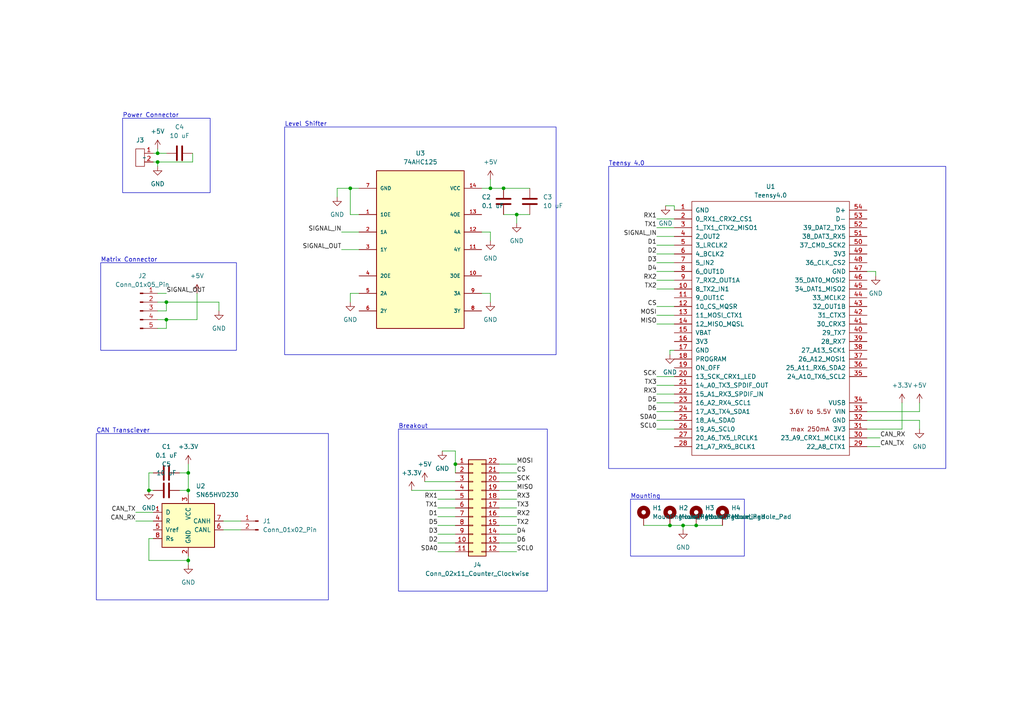
<source format=kicad_sch>
(kicad_sch (version 20230121) (generator eeschema)
  (paper "A4")
  (lib_symbols
    (symbol "74AHC125:74AHC125" (pin_names (offset 1.016))
      (property "Reference" "U" (at 0 0 0))
      (property "Value" "74AHC125" (at 0 0 0))
      (symbol "74AHC125_0_0"
        (rectangle (start 0 0) (end 25.4 45.72) (stroke (width 0.254)) (fill (type background)))
        (pin bidirectional line (at -5.08 33.02 0) (length 5.08) (name "1OE") (number "1"))
        (pin bidirectional line (at 30.48 15.24 180) (length 5.08) (name "3OE") (number "10"))
        (pin bidirectional line (at 30.48 22.86 180) (length 5.08) (name "4Y") (number "11"))
        (pin bidirectional line (at 30.48 27.94 180) (length 5.08) (name "4A") (number "12"))
        (pin bidirectional line (at 30.48 33.02 180) (length 5.08) (name "4OE") (number "13"))
        (pin bidirectional line (at 30.48 40.64 180) (length 5.08) (name "VCC") (number "14"))
        (pin bidirectional line (at -5.08 27.94 0) (length 5.08) (name "1A") (number "2"))
        (pin bidirectional line (at -5.08 22.86 0) (length 5.08) (name "1Y") (number "3"))
        (pin bidirectional line (at -5.08 15.24 0) (length 5.08) (name "2OE") (number "4"))
        (pin bidirectional line (at -5.08 10.16 0) (length 5.08) (name "2A") (number "5"))
        (pin bidirectional line (at -5.08 5.08 0) (length 5.08) (name "2Y") (number "6"))
        (pin bidirectional line (at -5.08 40.64 0) (length 5.08) (name "GND") (number "7"))
        (pin bidirectional line (at 30.48 5.08 180) (length 5.08) (name "3Y") (number "8"))
        (pin bidirectional line (at 30.48 10.16 180) (length 5.08) (name "3A") (number "9"))
      )
    )
    (symbol "Connector:Conn_01x02_Pin" (pin_names (offset 1.016) hide)
      (property "Reference" "J" (at 0 2.54 0))
      (property "Value" "Conn_01x02_Pin" (at 0 -5.08 0))
      (symbol "Conn_01x02_Pin_1_1"
        (polyline (pts (xy 1.27 -2.54) (xy 0.8636 -2.54)) (stroke (width 0.1524)))
        (polyline (pts (xy 1.27 0) (xy 0.8636 0)) (stroke (width 0.1524)))
        (rectangle (start 0.8636 -2.413) (end 0 -2.667) (stroke (width 0.1524)) (fill (type outline)))
        (rectangle (start 0.8636 0.127) (end 0 -0.127) (stroke (width 0.1524)) (fill (type outline)))
        (pin passive line (at 5.08 0 180) (length 3.81) (name "Pin_1") (number "1"))
        (pin passive line (at 5.08 -2.54 180) (length 3.81) (name "Pin_2") (number "2"))
      )
    )
    (symbol "Connector:Conn_01x05_Pin" (pin_names (offset 1.016) hide)
      (property "Reference" "J" (at 0 7.62 0))
      (property "Value" "Conn_01x05_Pin" (at 0 -7.62 0))
      (symbol "Conn_01x05_Pin_1_1"
        (polyline (pts (xy 1.27 -5.08) (xy 0.8636 -5.08)) (stroke (width 0.1524)))
        (polyline (pts (xy 1.27 -2.54) (xy 0.8636 -2.54)) (stroke (width 0.1524)))
        (polyline (pts (xy 1.27 0) (xy 0.8636 0)) (stroke (width 0.1524)))
        (polyline (pts (xy 1.27 2.54) (xy 0.8636 2.54)) (stroke (width 0.1524)))
        (polyline (pts (xy 1.27 5.08) (xy 0.8636 5.08)) (stroke (width 0.1524)))
        (rectangle (start 0.8636 -4.953) (end 0 -5.207) (stroke (width 0.1524)) (fill (type outline)))
        (rectangle (start 0.8636 -2.413) (end 0 -2.667) (stroke (width 0.1524)) (fill (type outline)))
        (rectangle (start 0.8636 0.127) (end 0 -0.127) (stroke (width 0.1524)) (fill (type outline)))
        (rectangle (start 0.8636 2.667) (end 0 2.413) (stroke (width 0.1524)) (fill (type outline)))
        (rectangle (start 0.8636 5.207) (end 0 4.953) (stroke (width 0.1524)) (fill (type outline)))
        (pin passive line (at 5.08 5.08 180) (length 3.81) (name "Pin_1") (number "1"))
        (pin passive line (at 5.08 2.54 180) (length 3.81) (name "Pin_2") (number "2"))
        (pin passive line (at 5.08 0 180) (length 3.81) (name "Pin_3") (number "3"))
        (pin passive line (at 5.08 -2.54 180) (length 3.81) (name "Pin_4") (number "4"))
        (pin passive line (at 5.08 -5.08 180) (length 3.81) (name "Pin_5") (number "5"))
      )
    )
    (symbol "Connector_Generic:Conn_02x11_Counter_Clockwise" (pin_names (offset 1.016) hide)
      (property "Reference" "J" (at 1.27 15.24 0))
      (property "Value" "Conn_02x11_Counter_Clockwise" (at 1.27 -15.24 0))
      (symbol "Conn_02x11_Counter_Clockwise_1_1"
        (rectangle (start -1.27 -12.573) (end 0 -12.827) (stroke (width 0.1524)))
        (rectangle (start -1.27 -10.033) (end 0 -10.287) (stroke (width 0.1524)))
        (rectangle (start -1.27 -7.493) (end 0 -7.747) (stroke (width 0.1524)))
        (rectangle (start -1.27 -4.953) (end 0 -5.207) (stroke (width 0.1524)))
        (rectangle (start -1.27 -2.413) (end 0 -2.667) (stroke (width 0.1524)))
        (rectangle (start -1.27 0.127) (end 0 -0.127) (stroke (width 0.1524)))
        (rectangle (start -1.27 2.667) (end 0 2.413) (stroke (width 0.1524)))
        (rectangle (start -1.27 5.207) (end 0 4.953) (stroke (width 0.1524)))
        (rectangle (start -1.27 7.747) (end 0 7.493) (stroke (width 0.1524)))
        (rectangle (start -1.27 10.287) (end 0 10.033) (stroke (width 0.1524)))
        (rectangle (start -1.27 12.827) (end 0 12.573) (stroke (width 0.1524)))
        (rectangle (start -1.27 13.97) (end 3.81 -13.97) (stroke (width 0.254)) (fill (type background)))
        (rectangle (start 3.81 -12.573) (end 2.54 -12.827) (stroke (width 0.1524)))
        (rectangle (start 3.81 -10.033) (end 2.54 -10.287) (stroke (width 0.1524)))
        (rectangle (start 3.81 -7.493) (end 2.54 -7.747) (stroke (width 0.1524)))
        (rectangle (start 3.81 -4.953) (end 2.54 -5.207) (stroke (width 0.1524)))
        (rectangle (start 3.81 -2.413) (end 2.54 -2.667) (stroke (width 0.1524)))
        (rectangle (start 3.81 0.127) (end 2.54 -0.127) (stroke (width 0.1524)))
        (rectangle (start 3.81 2.667) (end 2.54 2.413) (stroke (width 0.1524)))
        (rectangle (start 3.81 5.207) (end 2.54 4.953) (stroke (width 0.1524)))
        (rectangle (start 3.81 7.747) (end 2.54 7.493) (stroke (width 0.1524)))
        (rectangle (start 3.81 10.287) (end 2.54 10.033) (stroke (width 0.1524)))
        (rectangle (start 3.81 12.827) (end 2.54 12.573) (stroke (width 0.1524)))
        (pin passive line (at -5.08 12.7 0) (length 3.81) (name "Pin_1") (number "1"))
        (pin passive line (at -5.08 -10.16 0) (length 3.81) (name "Pin_10") (number "10"))
        (pin passive line (at -5.08 -12.7 0) (length 3.81) (name "Pin_11") (number "11"))
        (pin passive line (at 7.62 -12.7 180) (length 3.81) (name "Pin_12") (number "12"))
        (pin passive line (at 7.62 -10.16 180) (length 3.81) (name "Pin_13") (number "13"))
        (pin passive line (at 7.62 -7.62 180) (length 3.81) (name "Pin_14") (number "14"))
        (pin passive line (at 7.62 -5.08 180) (length 3.81) (name "Pin_15") (number "15"))
        (pin passive line (at 7.62 -2.54 180) (length 3.81) (name "Pin_16") (number "16"))
        (pin passive line (at 7.62 0 180) (length 3.81) (name "Pin_17") (number "17"))
        (pin passive line (at 7.62 2.54 180) (length 3.81) (name "Pin_18") (number "18"))
        (pin passive line (at 7.62 5.08 180) (length 3.81) (name "Pin_19") (number "19"))
        (pin passive line (at -5.08 10.16 0) (length 3.81) (name "Pin_2") (number "2"))
        (pin passive line (at 7.62 7.62 180) (length 3.81) (name "Pin_20") (number "20"))
        (pin passive line (at 7.62 10.16 180) (length 3.81) (name "Pin_21") (number "21"))
        (pin passive line (at 7.62 12.7 180) (length 3.81) (name "Pin_22") (number "22"))
        (pin passive line (at -5.08 7.62 0) (length 3.81) (name "Pin_3") (number "3"))
        (pin passive line (at -5.08 5.08 0) (length 3.81) (name "Pin_4") (number "4"))
        (pin passive line (at -5.08 2.54 0) (length 3.81) (name "Pin_5") (number "5"))
        (pin passive line (at -5.08 0 0) (length 3.81) (name "Pin_6") (number "6"))
        (pin passive line (at -5.08 -2.54 0) (length 3.81) (name "Pin_7") (number "7"))
        (pin passive line (at -5.08 -5.08 0) (length 3.81) (name "Pin_8") (number "8"))
        (pin passive line (at -5.08 -7.62 0) (length 3.81) (name "Pin_9") (number "9"))
      )
    )
    (symbol "Device:C" (pin_numbers hide) (pin_names (offset 0.254))
      (property "Reference" "C" (at 0.635 2.54 0))
      (property "Value" "C" (at 0.635 -2.54 0))
      (symbol "C_0_1"
        (polyline (pts (xy -2.032 -0.762) (xy 2.032 -0.762)) (stroke (width 0.508)))
        (polyline (pts (xy -2.032 0.762) (xy 2.032 0.762)) (stroke (width 0.508)))
      )
      (symbol "C_1_1"
        (pin passive line (at 0 3.81 270) (length 2.794) (name "~") (number "1"))
        (pin passive line (at 0 -3.81 90) (length 2.794) (name "~") (number "2"))
      )
    )
    (symbol "Interface_CAN_LIN:SN65HVD230" (pin_names (offset 1.016))
      (property "Reference" "U" (at -2.54 10.16 0))
      (property "Value" "SN65HVD230" (at -2.54 7.62 0))
      (symbol "SN65HVD230_0_1"
        (rectangle (start -7.62 5.08) (end 7.62 -7.62) (stroke (width 0.254)) (fill (type background)))
      )
      (symbol "SN65HVD230_1_1"
        (pin input line (at -10.16 2.54 0) (length 2.54) (name "D") (number "1"))
        (pin power_in line (at 0 -10.16 90) (length 2.54) (name "GND") (number "2"))
        (pin power_in line (at 0 7.62 270) (length 2.54) (name "VCC") (number "3"))
        (pin output line (at -10.16 0 0) (length 2.54) (name "R") (number "4"))
        (pin output line (at -10.16 -2.54 0) (length 2.54) (name "Vref") (number "5"))
        (pin bidirectional line (at 10.16 -2.54 180) (length 2.54) (name "CANL") (number "6"))
        (pin bidirectional line (at 10.16 0 180) (length 2.54) (name "CANH") (number "7"))
        (pin input line (at -10.16 -5.08 0) (length 2.54) (name "Rs") (number "8"))
      )
    )
    (symbol "Mechanical:MountingHole_Pad" (pin_numbers hide) (pin_names (offset 1.016) hide)
      (property "Reference" "H" (at 0 6.35 0))
      (property "Value" "MountingHole_Pad" (at 0 4.445 0))
      (symbol "MountingHole_Pad_0_1"
        (circle (center 0 1.27) (radius 1.27) (stroke (width 1.27)))
      )
      (symbol "MountingHole_Pad_1_1"
        (pin input line (at 0 -2.54 90) (length 2.54) (name "1") (number "1"))
      )
    )
    (symbol "PowerConnector:XT30PW" (pin_names hide)
      (property "Reference" "J" (at 0 3.81 0))
      (symbol "XT30PW_0_1"
        (rectangle (start -1.27 2.54) (end 1.27 -2.54))
      )
      (symbol "XT30PW_1_1"
        (pin output line (at 3.81 1.27 180) (length 2.54) (name "A") (number "1"))
        (pin output line (at 3.81 -1.27 180) (length 2.54) (name "B") (number "2"))
      )
    )
    (symbol "power:+3.3V" (power) (pin_names (offset 0))
      (property "Value" "+3.3V" (at 0 3.556 0))
      (symbol "+3.3V_0_1"
        (polyline (pts (xy -0.762 1.27) (xy 0 2.54)))
        (polyline (pts (xy 0 0) (xy 0 2.54)))
        (polyline (pts (xy 0 2.54) (xy 0.762 1.27)))
      )
      (symbol "+3.3V_1_1"
        (pin power_in line (at 0 0 90) (length 0) hide (name "+3.3V") (number "1"))
      )
    )
    (symbol "power:+5V" (power) (pin_names (offset 0))
      (property "Value" "+5V" (at 0 3.556 0))
      (symbol "+5V_0_1"
        (polyline (pts (xy -0.762 1.27) (xy 0 2.54)))
        (polyline (pts (xy 0 0) (xy 0 2.54)))
        (polyline (pts (xy 0 2.54) (xy 0.762 1.27)))
      )
      (symbol "+5V_1_1"
        (pin power_in line (at 0 0 90) (length 0) hide (name "+5V") (number "1"))
      )
    )
    (symbol "power:GND" (power) (pin_names (offset 0))
      (property "Value" "GND" (at 0 -3.81 0))
      (symbol "GND_0_1"
        (polyline (pts (xy 0 0) (xy 0 -1.27) (xy 1.27 -1.27) (xy 0 -2.54) (xy -1.27 -1.27) (xy 0 -1.27)))
      )
      (symbol "GND_1_1"
        (pin power_in line (at 0 0 270) (length 0) hide (name "GND") (number "1"))
      )
    )
    (symbol "teensy:Teensy4.0" (pin_names (offset 1.016))
      (property "Reference" "U" (at 0 39.37 0))
      (property "Value" "Teensy4.0" (at 0 -39.37 0))
      (symbol "Teensy4.0_0_0"
        (text "3.6V to 5.5V" (at 11.43 -24.13 0) (effects (font (size 1.27 1.27))))
        (text "max 250mA" (at 11.43 -29.21 0) (effects (font (size 1.27 1.27))))
        (pin bidirectional line (at -27.94 11.43 0) (length 5.08) (name "8_TX2_IN1") (number "10"))
        (pin bidirectional line (at -27.94 8.89 0) (length 5.08) (name "9_OUT1C") (number "11"))
        (pin bidirectional line (at -27.94 6.35 0) (length 5.08) (name "10_CS_MQSR") (number "12"))
        (pin bidirectional line (at -27.94 3.81 0) (length 5.08) (name "11_MOSI_CTX1") (number "13"))
        (pin bidirectional line (at -27.94 1.27 0) (length 5.08) (name "12_MISO_MQSL") (number "14"))
        (pin power_in line (at -27.94 -1.27 0) (length 5.08) (name "VBAT") (number "15"))
        (pin power_in line (at -27.94 -3.81 0) (length 5.08) (name "3V3") (number "16"))
        (pin power_in line (at -27.94 -6.35 0) (length 5.08) (name "GND") (number "17"))
        (pin input line (at -27.94 -8.89 0) (length 5.08) (name "PROGRAM") (number "18"))
        (pin input line (at -27.94 -11.43 0) (length 5.08) (name "ON_OFF") (number "19"))
        (pin bidirectional line (at -27.94 -13.97 0) (length 5.08) (name "13_SCK_CRX1_LED") (number "20"))
        (pin bidirectional line (at -27.94 -16.51 0) (length 5.08) (name "14_A0_TX3_SPDIF_OUT") (number "21"))
        (pin bidirectional line (at -27.94 -19.05 0) (length 5.08) (name "15_A1_RX3_SPDIF_IN") (number "22"))
        (pin bidirectional line (at -27.94 -21.59 0) (length 5.08) (name "16_A2_RX4_SCL1") (number "23"))
        (pin bidirectional line (at -27.94 -24.13 0) (length 5.08) (name "17_A3_TX4_SDA1") (number "24"))
        (pin bidirectional line (at -27.94 -26.67 0) (length 5.08) (name "18_A4_SDA0") (number "25"))
        (pin bidirectional line (at -27.94 -29.21 0) (length 5.08) (name "19_A5_SCL0") (number "26"))
        (pin bidirectional line (at -27.94 -31.75 0) (length 5.08) (name "20_A6_TX5_LRCLK1") (number "27"))
        (pin bidirectional line (at -27.94 -34.29 0) (length 5.08) (name "21_A7_RX5_BCLK1") (number "28"))
        (pin bidirectional line (at 27.94 -34.29 180) (length 5.08) (name "22_A8_CTX1") (number "29"))
        (pin bidirectional line (at 27.94 -31.75 180) (length 5.08) (name "23_A9_CRX1_MCLK1") (number "30"))
        (pin power_out line (at 27.94 -29.21 180) (length 5.08) (name "3V3") (number "31"))
        (pin power_in line (at 27.94 -26.67 180) (length 5.08) (name "GND") (number "32"))
        (pin power_in line (at 27.94 -24.13 180) (length 5.08) (name "VIN") (number "33"))
        (pin power_out line (at 27.94 -21.59 180) (length 5.08) (name "VUSB") (number "34"))
        (pin bidirectional line (at 27.94 -13.97 180) (length 5.08) (name "24_A10_TX6_SCL2") (number "35"))
        (pin bidirectional line (at 27.94 -11.43 180) (length 5.08) (name "25_A11_RX6_SDA2") (number "36"))
        (pin bidirectional line (at 27.94 -8.89 180) (length 5.08) (name "26_A12_MOSI1") (number "37"))
        (pin bidirectional line (at 27.94 -6.35 180) (length 5.08) (name "27_A13_SCK1") (number "38"))
        (pin bidirectional line (at 27.94 -3.81 180) (length 5.08) (name "28_RX7") (number "39"))
        (pin bidirectional line (at 27.94 -1.27 180) (length 5.08) (name "29_TX7") (number "40"))
        (pin bidirectional line (at 27.94 1.27 180) (length 5.08) (name "30_CRX3") (number "41"))
        (pin bidirectional line (at 27.94 3.81 180) (length 5.08) (name "31_CTX3") (number "42"))
        (pin bidirectional line (at 27.94 6.35 180) (length 5.08) (name "32_OUT1B") (number "43"))
        (pin bidirectional line (at 27.94 8.89 180) (length 5.08) (name "33_MCLK2") (number "44"))
        (pin bidirectional line (at 27.94 11.43 180) (length 5.08) (name "34_DAT1_MISO2") (number "45"))
        (pin bidirectional line (at 27.94 13.97 180) (length 5.08) (name "35_DAT0_MOSI2") (number "46"))
        (pin power_out line (at 27.94 16.51 180) (length 5.08) (name "GND") (number "47"))
        (pin bidirectional line (at 27.94 19.05 180) (length 5.08) (name "36_CLK_CS2") (number "48"))
        (pin power_out line (at 27.94 21.59 180) (length 5.08) (name "3V3") (number "49"))
        (pin bidirectional line (at -27.94 24.13 0) (length 5.08) (name "3_LRCLK2") (number "5"))
        (pin bidirectional line (at 27.94 24.13 180) (length 5.08) (name "37_CMD_SCK2") (number "50"))
        (pin bidirectional line (at 27.94 26.67 180) (length 5.08) (name "38_DAT3_RX5") (number "51"))
        (pin bidirectional line (at 27.94 29.21 180) (length 5.08) (name "39_DAT2_TX5") (number "52"))
        (pin bidirectional line (at 27.94 31.75 180) (length 5.08) (name "D-") (number "53"))
        (pin bidirectional line (at 27.94 34.29 180) (length 5.08) (name "D+") (number "54"))
        (pin bidirectional line (at -27.94 21.59 0) (length 5.08) (name "4_BCLK2") (number "6"))
        (pin bidirectional line (at -27.94 19.05 0) (length 5.08) (name "5_IN2") (number "7"))
        (pin bidirectional line (at -27.94 16.51 0) (length 5.08) (name "6_OUT1D") (number "8"))
        (pin bidirectional line (at -27.94 13.97 0) (length 5.08) (name "7_RX2_OUT1A") (number "9"))
      )
      (symbol "Teensy4.0_0_1"
        (rectangle (start -22.86 36.83) (end 22.86 -36.83))
        (rectangle (start -20.32 -31.75) (end -20.32 -31.75))
      )
      (symbol "Teensy4.0_1_1"
        (pin power_in line (at -27.94 34.29 0) (length 5.08) (name "GND") (number "1"))
        (pin bidirectional line (at -27.94 31.75 0) (length 5.08) (name "0_RX1_CRX2_CS1") (number "2"))
        (pin bidirectional line (at -27.94 29.21 0) (length 5.08) (name "1_TX1_CTX2_MISO1") (number "3"))
        (pin bidirectional line (at -27.94 26.67 0) (length 5.08) (name "2_OUT2") (number "4"))
      )
    )
  )
  (junction (at 45.72 46.99))
  (junction (at 54.61 162.56))
  (junction (at 132.08 134.62))
  (junction (at 48.26 87.63))
  (junction (at 146.05 54.61))
  (junction (at 149.86 62.23))
  (junction (at 198.12 152.4))
  (junction (at 201.93 152.4))
  (junction (at 54.61 137.16))
  (junction (at 194.31 152.4))
  (junction (at 48.26 92.71))
  (junction (at 43.18 142.24))
  (junction (at 54.61 142.24))
  (junction (at 101.6 54.61))
  (junction (at 142.24 54.61))
  (junction (at 45.72 44.45))
  (wire (pts (xy 266.7 121.92) (xy 266.7 124.46)))
  (wire (pts (xy 144.78 142.24) (xy 149.86 142.24)))
  (wire (pts (xy 149.86 62.23) (xy 153.67 62.23)))
  (wire (pts (xy 190.5 73.66) (xy 195.58 73.66)))
  (wire (pts (xy 44.45 46.99) (xy 45.72 46.99)))
  (wire (pts (xy 190.5 91.44) (xy 195.58 91.44)))
  (wire (pts (xy 144.78 160.02) (xy 149.86 160.02)))
  (wire (pts (xy 142.24 54.61) (xy 139.7 54.61)))
  (wire (pts (xy 132.08 130.81) (xy 132.08 134.62)))
  (wire (pts (xy 251.46 129.54) (xy 255.27 129.54)))
  (wire (pts (xy 251.46 127) (xy 255.27 127)))
  (wire (pts (xy 142.24 67.31) (xy 142.24 69.85)))
  (wire (pts (xy 127 160.02) (xy 132.08 160.02)))
  (wire (pts (xy 97.79 54.61) (xy 97.79 57.15)))
  (wire (pts (xy 52.07 137.16) (xy 54.61 137.16)))
  (wire (pts (xy 251.46 121.92) (xy 266.7 121.92)))
  (wire (pts (xy 127 157.48) (xy 132.08 157.48)))
  (wire (pts (xy 132.08 134.62) (xy 132.08 137.16)))
  (wire (pts (xy 190.5 68.58) (xy 195.58 68.58)))
  (wire (pts (xy 261.62 124.46) (xy 251.46 124.46)))
  (wire (pts (xy 190.5 66.04) (xy 195.58 66.04)))
  (wire (pts (xy 48.26 95.25) (xy 48.26 92.71)))
  (wire (pts (xy 190.5 114.3) (xy 195.58 114.3)))
  (wire (pts (xy 127 154.94) (xy 132.08 154.94)))
  (wire (pts (xy 251.46 78.74) (xy 254 78.74)))
  (wire (pts (xy 194.31 152.4) (xy 198.12 152.4)))
  (wire (pts (xy 142.24 85.09) (xy 142.24 87.63)))
  (wire (pts (xy 144.78 134.62) (xy 149.86 134.62)))
  (wire (pts (xy 43.18 156.21) (xy 44.45 156.21)))
  (wire (pts (xy 104.14 54.61) (xy 101.6 54.61)))
  (wire (pts (xy 44.45 137.16) (xy 43.18 137.16)))
  (wire (pts (xy 190.5 76.2) (xy 195.58 76.2)))
  (wire (pts (xy 45.72 85.09) (xy 48.26 85.09)))
  (wire (pts (xy 101.6 54.61) (xy 97.79 54.61)))
  (wire (pts (xy 144.78 147.32) (xy 149.86 147.32)))
  (wire (pts (xy 39.37 151.13) (xy 44.45 151.13)))
  (wire (pts (xy 144.78 154.94) (xy 149.86 154.94)))
  (wire (pts (xy 190.5 111.76) (xy 195.58 111.76)))
  (wire (pts (xy 146.05 54.61) (xy 142.24 54.61)))
  (wire (pts (xy 64.77 153.67) (xy 69.85 153.67)))
  (wire (pts (xy 194.31 101.6) (xy 194.31 102.87)))
  (wire (pts (xy 54.61 134.62) (xy 54.61 137.16)))
  (wire (pts (xy 43.18 142.24) (xy 44.45 142.24)))
  (wire (pts (xy 54.61 162.56) (xy 54.61 163.83)))
  (wire (pts (xy 123.19 139.7) (xy 132.08 139.7)))
  (wire (pts (xy 266.7 119.38) (xy 266.7 116.84)))
  (wire (pts (xy 251.46 119.38) (xy 266.7 119.38)))
  (wire (pts (xy 198.12 152.4) (xy 201.93 152.4)))
  (wire (pts (xy 45.72 92.71) (xy 48.26 92.71)))
  (wire (pts (xy 144.78 149.86) (xy 149.86 149.86)))
  (wire (pts (xy 64.77 151.13) (xy 69.85 151.13)))
  (wire (pts (xy 55.88 46.99) (xy 55.88 44.45)))
  (wire (pts (xy 45.72 43.18) (xy 45.72 44.45)))
  (wire (pts (xy 119.38 142.24) (xy 132.08 142.24)))
  (wire (pts (xy 48.26 87.63) (xy 63.5 87.63)))
  (wire (pts (xy 190.5 63.5) (xy 195.58 63.5)))
  (wire (pts (xy 144.78 152.4) (xy 149.86 152.4)))
  (wire (pts (xy 190.5 93.98) (xy 195.58 93.98)))
  (wire (pts (xy 128.27 130.81) (xy 132.08 130.81)))
  (wire (pts (xy 57.15 85.09) (xy 57.15 92.71)))
  (wire (pts (xy 45.72 44.45) (xy 48.26 44.45)))
  (wire (pts (xy 198.12 152.4) (xy 198.12 153.67)))
  (wire (pts (xy 54.61 137.16) (xy 54.61 142.24)))
  (wire (pts (xy 127 147.32) (xy 132.08 147.32)))
  (wire (pts (xy 195.58 59.69) (xy 193.04 59.69)))
  (wire (pts (xy 144.78 139.7) (xy 149.86 139.7)))
  (wire (pts (xy 54.61 161.29) (xy 54.61 162.56)))
  (wire (pts (xy 104.14 62.23) (xy 101.6 62.23)))
  (wire (pts (xy 43.18 156.21) (xy 43.18 162.56)))
  (wire (pts (xy 190.5 119.38) (xy 195.58 119.38)))
  (wire (pts (xy 139.7 67.31) (xy 142.24 67.31)))
  (wire (pts (xy 101.6 85.09) (xy 104.14 85.09)))
  (wire (pts (xy 186.69 152.4) (xy 194.31 152.4)))
  (wire (pts (xy 45.72 46.99) (xy 45.72 48.26)))
  (wire (pts (xy 146.05 62.23) (xy 149.86 62.23)))
  (wire (pts (xy 254 78.74) (xy 254 80.01)))
  (wire (pts (xy 63.5 87.63) (xy 63.5 90.17)))
  (wire (pts (xy 52.07 142.24) (xy 54.61 142.24)))
  (wire (pts (xy 144.78 157.48) (xy 149.86 157.48)))
  (wire (pts (xy 45.72 87.63) (xy 48.26 87.63)))
  (wire (pts (xy 190.5 116.84) (xy 195.58 116.84)))
  (wire (pts (xy 45.72 46.99) (xy 55.88 46.99)))
  (wire (pts (xy 48.26 92.71) (xy 57.15 92.71)))
  (wire (pts (xy 127 149.86) (xy 132.08 149.86)))
  (wire (pts (xy 144.78 137.16) (xy 149.86 137.16)))
  (wire (pts (xy 39.37 148.59) (xy 44.45 148.59)))
  (wire (pts (xy 45.72 95.25) (xy 48.26 95.25)))
  (wire (pts (xy 101.6 62.23) (xy 101.6 54.61)))
  (wire (pts (xy 190.5 121.92) (xy 195.58 121.92)))
  (wire (pts (xy 190.5 83.82) (xy 195.58 83.82)))
  (wire (pts (xy 101.6 87.63) (xy 101.6 85.09)))
  (wire (pts (xy 195.58 60.96) (xy 195.58 59.69)))
  (wire (pts (xy 139.7 85.09) (xy 142.24 85.09)))
  (wire (pts (xy 43.18 162.56) (xy 54.61 162.56)))
  (wire (pts (xy 45.72 90.17) (xy 48.26 90.17)))
  (wire (pts (xy 54.61 142.24) (xy 54.61 143.51)))
  (wire (pts (xy 142.24 52.07) (xy 142.24 54.61)))
  (wire (pts (xy 149.86 62.23) (xy 149.86 64.77)))
  (wire (pts (xy 261.62 116.84) (xy 261.62 124.46)))
  (wire (pts (xy 190.5 124.46) (xy 195.58 124.46)))
  (wire (pts (xy 99.06 67.31) (xy 104.14 67.31)))
  (wire (pts (xy 190.5 109.22) (xy 195.58 109.22)))
  (wire (pts (xy 48.26 90.17) (xy 48.26 87.63)))
  (wire (pts (xy 201.93 152.4) (xy 209.55 152.4)))
  (wire (pts (xy 144.78 144.78) (xy 149.86 144.78)))
  (wire (pts (xy 190.5 88.9) (xy 195.58 88.9)))
  (wire (pts (xy 195.58 101.6) (xy 194.31 101.6)))
  (wire (pts (xy 43.18 137.16) (xy 43.18 142.24)))
  (wire (pts (xy 45.72 44.45) (xy 44.45 44.45)))
  (wire (pts (xy 146.05 54.61) (xy 153.67 54.61)))
  (wire (pts (xy 99.06 72.39) (xy 104.14 72.39)))
  (wire (pts (xy 127 144.78) (xy 132.08 144.78)))
  (wire (pts (xy 190.5 81.28) (xy 195.58 81.28)))
  (wire (pts (xy 127 152.4) (xy 132.08 152.4)))
  (wire (pts (xy 190.5 78.74) (xy 195.58 78.74)))
  (wire (pts (xy 190.5 71.12) (xy 195.58 71.12)))
  (rectangle (start 27.94 125.73) (end 95.25 173.99))
  (rectangle (start 182.88 144.78) (end 215.9 161.29))
  (rectangle (start 82.55 36.83) (end 161.29 102.87))
  (rectangle (start 115.57 124.46) (end 158.75 171.45))
  (rectangle (start 176.53 48.26) (end 274.32 135.89))
  (rectangle (start 35.56 34.29) (end 60.96 55.88))
  (rectangle (start 29.21 76.2) (end 68.58 101.6))
  (text "CAN Transciever" (at 27.94 125.73 0) (effects (font (size 1.27 1.27)) (justify left bottom)))
  (text "Level Shifter" (at 82.55 36.83 0) (effects (font (size 1.27 1.27)) (justify left bottom)))
  (text "Matrix Connector" (at 29.21 76.2 0) (effects (font (size 1.27 1.27)) (justify left bottom)))
  (text "Power Connector" (at 35.56 34.29 0) (effects (font (size 1.27 1.27)) (justify left bottom)))
  (text "Teensy 4.0" (at 176.53 48.26 0) (effects (font (size 1.27 1.27)) (justify left bottom)))
  (text "Mounting" (at 182.88 144.78 0) (effects (font (size 1.27 1.27)) (justify left bottom)))
  (text "Breakout" (at 115.57 124.46 0) (effects (font (size 1.27 1.27)) (justify left bottom)))
  (label "D5" (at 190.5 116.84 180))
  (label "RX1" (at 190.5 63.5 180))
  (label "D4" (at 190.5 78.74 180))
  (label "TX3" (at 149.86 147.32 0))
  (label "SIGNAL_OUT" (at 99.06 72.39 180))
  (label "TX2" (at 190.5 83.82 180))
  (label "CS" (at 190.5 88.9 180))
  (label "D3" (at 127 154.94 180))
  (label "TX3" (at 190.5 111.76 180))
  (label "D4" (at 149.86 154.94 0))
  (label "D2" (at 127 157.48 180))
  (label "SIGNAL_IN" (at 190.5 68.58 180))
  (label "D1" (at 127 149.86 180))
  (label "SCL0" (at 149.86 160.02 0))
  (label "D3" (at 190.5 76.2 180))
  (label "SIGNAL_OUT" (at 48.26 85.09 0))
  (label "MISO" (at 190.5 93.98 180))
  (label "SCK" (at 190.5 109.22 180))
  (label "D6" (at 149.86 157.48 0))
  (label "RX3" (at 190.5 114.3 180))
  (label "CS" (at 149.86 137.16 0))
  (label "D6" (at 190.5 119.38 180))
  (label "MOSI" (at 190.5 91.44 180))
  (label "D2" (at 190.5 73.66 180))
  (label "SDA0" (at 190.5 121.92 180))
  (label "RX2" (at 190.5 81.28 180))
  (label "RX1" (at 127 144.78 180))
  (label "MISO" (at 149.86 142.24 0))
  (label "CAN_RX" (at 39.37 151.13 180))
  (label "D5" (at 127 152.4 180))
  (label "SDA0" (at 127 160.02 180))
  (label "CAN_RX" (at 255.27 127 0))
  (label "RX3" (at 149.86 144.78 0))
  (label "TX1" (at 190.5 66.04 180))
  (label "MOSI" (at 149.86 134.62 0))
  (label "RX2" (at 149.86 149.86 0))
  (label "CAN_TX" (at 39.37 148.59 180))
  (label "CAN_TX" (at 255.27 129.54 0))
  (label "SCK" (at 149.86 139.7 0))
  (label "D1" (at 190.5 71.12 180))
  (label "TX1" (at 127 147.32 180))
  (label "TX2" (at 149.86 152.4 0))
  (label "SCL0" (at 190.5 124.46 180))
  (label "SIGNAL_IN" (at 99.06 67.31 180))
  (symbol (lib_id "Mechanical:MountingHole_Pad") (at 186.69 149.86 0) (unit 1)
    (property "Reference" "H1" (at 189.23 147.32 0) (effects (justify left)))
    (property "Value" "MountingHole_Pad" (at 189.23 149.86 0) (effects (justify left)))
    (property "Footprint" "MountingHole:MountingHole_2.2mm_M2_Pad" (effects hide))
  )
  (symbol (lib_id "Mechanical:MountingHole_Pad") (at 209.55 149.86 0) (unit 1)
    (property "Reference" "H4" (at 212.09 147.32 0) (effects (justify left)))
    (property "Value" "MountingHole_Pad" (at 212.09 149.86 0) (effects (justify left)))
    (property "Footprint" "MountingHole:MountingHole_2.2mm_M2_Pad" (effects hide))
  )
  (symbol (lib_id "power:+5V") (at 123.19 139.7 0) (unit 1)
    (property "Reference" "#PWR018" (effects hide))
    (property "Value" "+5V" (at 123.19 134.62 0))
  )
  (symbol (lib_id "teensy:Teensy4.0") (at 223.52 95.25 0) (unit 1)
    (property "Reference" "U1" (at 223.52 54.102 0))
    (property "Value" "Teensy4.0" (at 223.52 56.642 0))
    (property "Footprint" "teensy:Teensy40" (effects hide))
  )
  (symbol (lib_id "power:GND") (at 128.27 130.81 0) (unit 1)
    (property "Reference" "#PWR017" (effects hide))
    (property "Value" "GND" (at 128.27 135.89 0))
  )
  (symbol (lib_id "Connector:Conn_01x05_Pin") (at 40.64 90.17 0) (unit 1)
    (property "Reference" "J2" (at 41.275 80.01 0))
    (property "Value" "Conn_01x05_Pin" (at 41.275 82.55 0))
    (property "Footprint" "Connector_JST:JST_GH_BM05B-GHS-TBT_1x05-1MP_P1.25mm_Vertical" (effects hide))
  )
  (symbol (lib_id "power:+3.3V") (at 119.38 142.24 0) (unit 1)
    (property "Reference" "#PWR019" (effects hide))
    (property "Value" "+3.3V" (at 119.38 137.16 0))
  )
  (symbol (lib_id "power:GND") (at 54.61 163.83 0) (unit 1)
    (property "Reference" "#PWR04" (effects hide))
    (property "Value" "GND" (at 54.61 168.91 0))
  )
  (symbol (lib_id "power:+5V") (at 142.24 52.07 0) (unit 1)
    (property "Reference" "#PWR07" (effects hide))
    (property "Value" "+5V" (at 142.24 46.99 0))
  )
  (symbol (lib_id "power:GND") (at 254 80.01 0) (unit 1)
    (property "Reference" "#PWR023" (effects hide))
    (property "Value" "GND" (at 254 85.09 0))
  )
  (symbol (lib_id "Connector_Generic:Conn_02x11_Counter_Clockwise") (at 137.16 147.32 0) (unit 1)
    (property "Reference" "J4" (at 138.43 163.83 0))
    (property "Value" "Conn_02x11_Counter_Clockwise" (at 138.43 166.37 0))
    (property "Footprint" "Connector_PinSocket_2.54mm:PinSocket_2x11_P2.54mm_Vertical" (effects hide))
  )
  (symbol (lib_id "power:+5V") (at 266.7 116.84 0) (unit 1)
    (property "Reference" "#PWR02" (effects hide))
    (property "Value" "+5V" (at 266.7 111.76 0))
  )
  (symbol (lib_id "power:GND") (at 63.5 90.17 0) (unit 1)
    (property "Reference" "#PWR09" (effects hide))
    (property "Value" "GND" (at 63.5 95.25 0))
  )
  (symbol (lib_id "PowerConnector:XT30PW") (at 40.64 45.72 0) (unit 1)
    (property "Reference" "J3" (at 40.64 40.64 0))
    (property "Value" "~" (at 41.91 45.72 0))
    (property "Footprint" "PowerConnector:XT30PW-M" (effects hide))
  )
  (symbol (lib_id "power:+3.3V") (at 54.61 134.62 0) (unit 1)
    (property "Reference" "#PWR05" (effects hide))
    (property "Value" "+3.3V" (at 54.61 129.54 0))
  )
  (symbol (lib_id "power:+5V") (at 45.72 43.18 0) (unit 1)
    (property "Reference" "#PWR010" (effects hide))
    (property "Value" "+5V" (at 45.72 38.1 0))
  )
  (symbol (lib_id "power:GND") (at 101.6 87.63 0) (unit 1)
    (property "Reference" "#PWR013" (effects hide))
    (property "Value" "GND" (at 101.6 92.71 0))
  )
  (symbol (lib_id "Device:C") (at 52.07 44.45 270) (unit 1)
    (property "Reference" "C4" (at 52.07 36.83 90))
    (property "Value" "10 uF" (at 52.07 39.37 90))
    (property "Footprint" "Capacitor_SMD:C_0805_2012Metric" (effects hide))
  )
  (symbol (lib_id "Connector:Conn_01x02_Pin") (at 74.93 151.13 0) (mirror y) (unit 1)
    (property "Reference" "J1" (at 76.2 151.13 0) (effects (justify right)))
    (property "Value" "Conn_01x02_Pin" (at 76.2 153.67 0) (effects (justify right)))
    (property "Footprint" "Connector_JST:JST_GH_BM02B-GHS-TBT_1x02-1MP_P1.25mm_Vertical" (effects hide))
  )
  (symbol (lib_id "power:+5V") (at 57.15 85.09 0) (unit 1)
    (property "Reference" "#PWR08" (effects hide))
    (property "Value" "+5V" (at 57.15 80.01 0))
  )
  (symbol (lib_id "power:GND") (at 97.79 57.15 0) (unit 1)
    (property "Reference" "#PWR06" (effects hide))
    (property "Value" "GND" (at 97.79 62.23 0))
  )
  (symbol (lib_id "power:GND") (at 198.12 153.67 0) (unit 1)
    (property "Reference" "#PWR020" (effects hide))
    (property "Value" "GND" (at 198.12 158.75 0))
  )
  (symbol (lib_id "power:GND") (at 194.31 102.87 0) (unit 1)
    (property "Reference" "#PWR021" (effects hide))
    (property "Value" "GND" (at 194.31 107.95 0))
  )
  (symbol (lib_id "power:GND") (at 149.86 64.77 0) (unit 1)
    (property "Reference" "#PWR016" (effects hide))
    (property "Value" "GND" (at 149.86 69.85 0))
  )
  (symbol (lib_id "power:GND") (at 45.72 48.26 0) (unit 1)
    (property "Reference" "#PWR011" (effects hide))
    (property "Value" "GND" (at 45.72 53.34 0))
  )
  (symbol (lib_id "Mechanical:MountingHole_Pad") (at 201.93 149.86 0) (unit 1)
    (property "Reference" "H3" (at 204.47 147.32 0) (effects (justify left)))
    (property "Value" "MountingHole_Pad" (at 204.47 149.86 0) (effects (justify left)))
    (property "Footprint" "MountingHole:MountingHole_2.2mm_M2_Pad" (effects hide))
  )
  (symbol (lib_id "74AHC125:74AHC125") (at 109.22 95.25 0) (unit 1)
    (property "Reference" "U3" (at 121.92 44.45 0))
    (property "Value" "74AHC125" (at 121.92 46.99 0))
    (property "Footprint" "Package_SO:SO-14_3.9x8.65mm_P1.27mm" (effects hide))
    (property "MF" "Texas Instruments" (effects hide))
    (property "Description" "\nBuffer, Non-Inverting 4 Element 1 Bit per Element 3-State Output 14-SSOP\n" (effects hide))
    (property "Package" "TSSOP-14 Texas Instruments" (effects hide))
    (property "Price" "None" (effects hide))
    (property "SnapEDA_Link" "https://www.snapeda.com/parts/74AHC125/Texas+Instruments/view-part/?ref=snap" (effects hide))
    (property "MP" "74AHC125" (effects hide))
    (property "Availability" "In Stock" (effects hide))
    (property "Check_prices" "https://www.snapeda.com/parts/74AHC125/Texas+Instruments/view-part/?ref=eda" (effects hide))
  )
  (symbol (lib_id "Interface_CAN_LIN:SN65HVD230") (at 54.61 151.13 0) (unit 1)
    (property "Reference" "U2" (at 56.8041 140.97 0) (effects (justify left)))
    (property "Value" "SN65HVD230" (at 56.8041 143.51 0) (effects (justify left)))
    (property "Footprint" "Package_SO:SOIC-8_3.9x4.9mm_P1.27mm" (effects hide))
    (property "Datasheet" "http://www.ti.com/lit/ds/symlink/sn65hvd230.pdf" (effects hide))
  )
  (symbol (lib_id "Device:C") (at 48.26 137.16 270) (unit 1)
    (property "Reference" "C1" (at 48.26 129.54 90))
    (property "Value" "0.1 uF" (at 48.26 132.08 90))
    (property "Footprint" "Capacitor_SMD:C_0805_2012Metric" (effects hide))
  )
  (symbol (lib_id "power:GND") (at 142.24 87.63 0) (unit 1)
    (property "Reference" "#PWR014" (effects hide))
    (property "Value" "GND" (at 142.24 92.71 0))
  )
  (symbol (lib_id "power:GND") (at 193.04 59.69 0) (unit 1)
    (property "Reference" "#PWR022" (effects hide))
    (property "Value" "GND" (at 193.04 64.77 0))
  )
  (symbol (lib_id "Device:C") (at 146.05 58.42 0) (unit 1)
    (property "Reference" "C2" (at 139.7 57.15 0) (effects (justify left)))
    (property "Value" "0.1 uF" (at 139.7 59.69 0) (effects (justify left)))
    (property "Footprint" "Capacitor_SMD:C_0805_2012Metric" (effects hide))
  )
  (symbol (lib_id "Device:C") (at 153.67 58.42 0) (unit 1)
    (property "Reference" "C3" (at 157.48 57.15 0) (effects (justify left)))
    (property "Value" "10 uF" (at 157.48 59.69 0) (effects (justify left)))
    (property "Footprint" "Capacitor_SMD:C_0805_2012Metric" (effects hide))
  )
  (symbol (lib_id "power:+3.3V") (at 261.62 116.84 0) (unit 1)
    (property "Reference" "#PWR03" (effects hide))
    (property "Value" "+3.3V" (at 261.62 111.76 0))
  )
  (symbol (lib_id "power:GND") (at 43.18 142.24 0) (unit 1)
    (property "Reference" "#PWR012" (effects hide))
    (property "Value" "GND" (at 43.18 147.32 0))
  )
  (symbol (lib_id "power:GND") (at 142.24 69.85 0) (unit 1)
    (property "Reference" "#PWR015" (effects hide))
    (property "Value" "GND" (at 142.24 74.93 0))
  )
  (symbol (lib_id "power:GND") (at 266.7 124.46 0) (unit 1)
    (property "Reference" "#PWR01" (effects hide))
    (property "Value" "GND" (at 266.7 129.54 0))
  )
  (symbol (lib_id "Mechanical:MountingHole_Pad") (at 194.31 149.86 0) (unit 1)
    (property "Reference" "H2" (at 196.85 147.32 0) (effects (justify left)))
    (property "Value" "MountingHole_Pad" (at 196.85 149.86 0) (effects (justify left)))
    (property "Footprint" "MountingHole:MountingHole_2.2mm_M2_Pad" (effects hide))
  )
  (symbol (lib_id "Device:C") (at 48.26 142.24 90) (unit 1)
    (property "Reference" "C5" (at 48.26 134.62 90))
    (property "Value" "10 uF" (at 48.26 137.16 90))
    (property "Footprint" "Capacitor_SMD:C_0805_2012Metric" (effects hide))
  )
)
</source>
